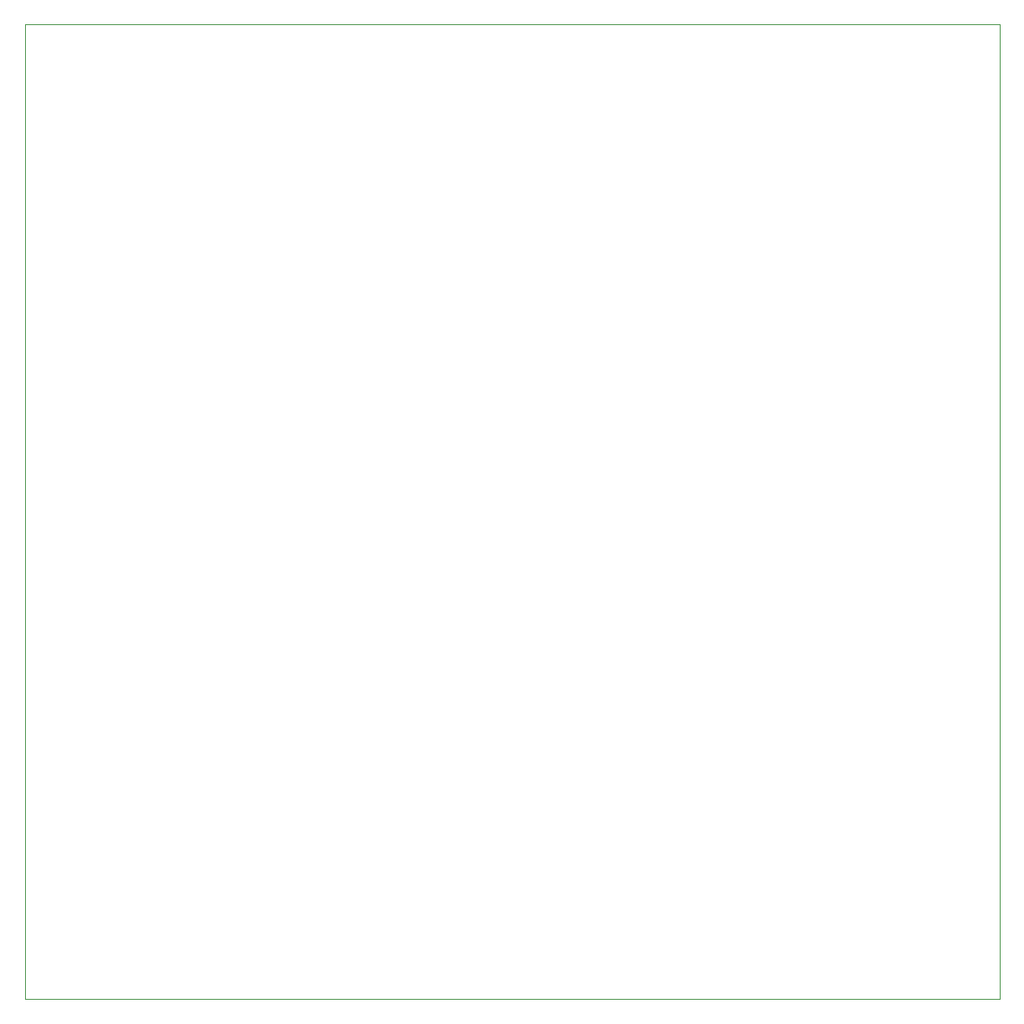
<source format=gbr>
G04 #@! TF.GenerationSoftware,KiCad,Pcbnew,7.0.7*
G04 #@! TF.CreationDate,2023-10-31T18:35:25+09:00*
G04 #@! TF.ProjectId,PCB_PracticeBoard,5043425f-5072-4616-9374-696365426f61,rev?*
G04 #@! TF.SameCoordinates,Original*
G04 #@! TF.FileFunction,Profile,NP*
%FSLAX46Y46*%
G04 Gerber Fmt 4.6, Leading zero omitted, Abs format (unit mm)*
G04 Created by KiCad (PCBNEW 7.0.7) date 2023-10-31 18:35:25*
%MOMM*%
%LPD*%
G01*
G04 APERTURE LIST*
G04 #@! TA.AperFunction,Profile*
%ADD10C,0.100000*%
G04 #@! TD*
G04 APERTURE END LIST*
D10*
X44100000Y-148300000D02*
X142800000Y-148300000D01*
X44100000Y-49600000D02*
X44100000Y-148300000D01*
X142800000Y-148300000D02*
X142800000Y-49600000D01*
X142800000Y-49600000D02*
X44100000Y-49600000D01*
M02*

</source>
